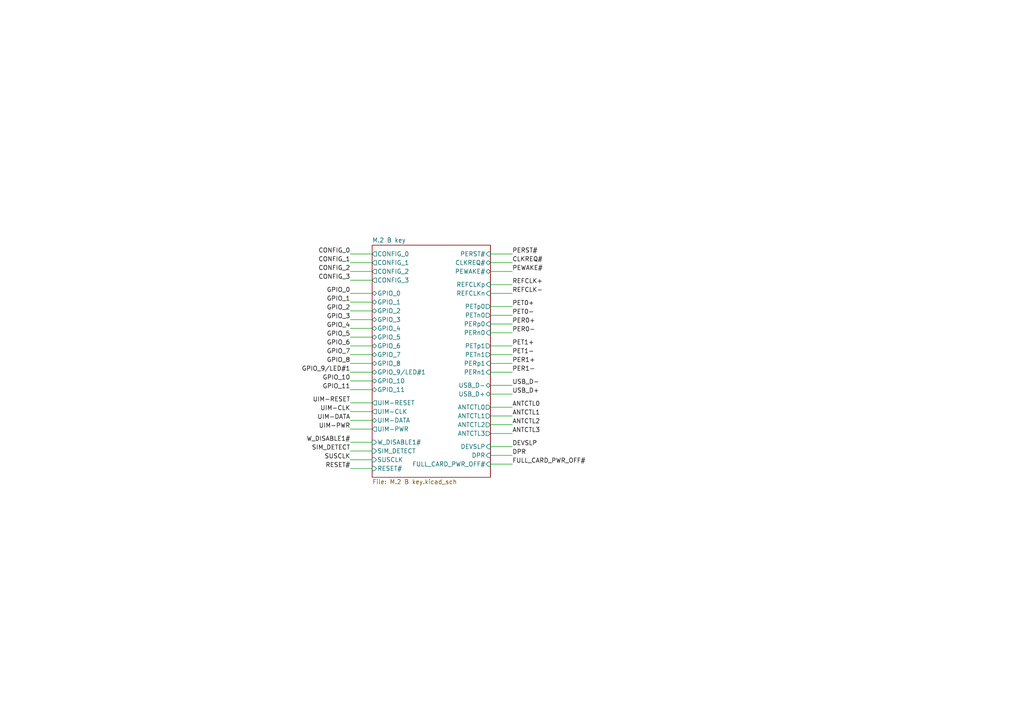
<source format=kicad_sch>
(kicad_sch
	(version 20250114)
	(generator "eeschema")
	(generator_version "9.0")
	(uuid "16cc4e00-b4ef-48df-8291-57cc6b27a578")
	(paper "A4")
	(lib_symbols)
	(wire
		(pts
			(xy 101.6 124.46) (xy 107.95 124.46)
		)
		(stroke
			(width 0)
			(type default)
		)
		(uuid "0488be36-bb80-4bb6-8841-a4e052eaf938")
	)
	(wire
		(pts
			(xy 101.6 133.35) (xy 107.95 133.35)
		)
		(stroke
			(width 0)
			(type default)
		)
		(uuid "04ad6877-9b98-4a0c-9825-9cacc69bc0d5")
	)
	(wire
		(pts
			(xy 101.6 73.66) (xy 107.95 73.66)
		)
		(stroke
			(width 0)
			(type default)
		)
		(uuid "0938d1a8-a291-4466-8316-a67468fc2e37")
	)
	(wire
		(pts
			(xy 142.24 88.9) (xy 148.59 88.9)
		)
		(stroke
			(width 0)
			(type default)
		)
		(uuid "11eb841d-799f-44b6-bbed-4a1df048d987")
	)
	(wire
		(pts
			(xy 142.24 76.2) (xy 148.59 76.2)
		)
		(stroke
			(width 0)
			(type default)
		)
		(uuid "11ecaca7-23eb-4377-bb01-fa174813977d")
	)
	(wire
		(pts
			(xy 101.6 100.33) (xy 107.95 100.33)
		)
		(stroke
			(width 0)
			(type default)
		)
		(uuid "1439253c-aaf3-4b93-b001-6d8eca63273b")
	)
	(wire
		(pts
			(xy 142.24 120.65) (xy 148.59 120.65)
		)
		(stroke
			(width 0)
			(type default)
		)
		(uuid "1aca0cf5-298c-4abd-9b3d-d2fd388b0469")
	)
	(wire
		(pts
			(xy 142.24 73.66) (xy 148.59 73.66)
		)
		(stroke
			(width 0)
			(type default)
		)
		(uuid "21ddef9e-0da5-45b5-a6bd-aab57db1eab0")
	)
	(wire
		(pts
			(xy 101.6 92.71) (xy 107.95 92.71)
		)
		(stroke
			(width 0)
			(type default)
		)
		(uuid "26bda23f-073d-4ee3-a48f-70f543169dca")
	)
	(wire
		(pts
			(xy 142.24 111.76) (xy 148.59 111.76)
		)
		(stroke
			(width 0)
			(type default)
		)
		(uuid "26fa2e06-ae27-4155-94c8-b30164021cc5")
	)
	(wire
		(pts
			(xy 101.6 107.95) (xy 107.95 107.95)
		)
		(stroke
			(width 0)
			(type default)
		)
		(uuid "27376bbc-5abe-4562-b1bc-158437da3e00")
	)
	(wire
		(pts
			(xy 142.24 129.54) (xy 148.59 129.54)
		)
		(stroke
			(width 0)
			(type default)
		)
		(uuid "2f4fd8f2-0994-4b23-ac28-a0167bd5c0dc")
	)
	(wire
		(pts
			(xy 101.6 85.09) (xy 107.95 85.09)
		)
		(stroke
			(width 0)
			(type default)
		)
		(uuid "3027f3cf-d9a7-4ffc-b250-c93875321a61")
	)
	(wire
		(pts
			(xy 101.6 121.92) (xy 107.95 121.92)
		)
		(stroke
			(width 0)
			(type default)
		)
		(uuid "34d3cded-16ca-4c34-8395-7f8afb8ee3bf")
	)
	(wire
		(pts
			(xy 142.24 114.3) (xy 148.59 114.3)
		)
		(stroke
			(width 0)
			(type default)
		)
		(uuid "3ef06d0a-57ec-4ec8-90f9-c1464f81a1c1")
	)
	(wire
		(pts
			(xy 101.6 76.2) (xy 107.95 76.2)
		)
		(stroke
			(width 0)
			(type default)
		)
		(uuid "4e091877-4eca-44c0-946f-6c2efa1ec038")
	)
	(wire
		(pts
			(xy 101.6 87.63) (xy 107.95 87.63)
		)
		(stroke
			(width 0)
			(type default)
		)
		(uuid "4e5a749d-c24f-4e70-9dba-3ee2e3caf982")
	)
	(wire
		(pts
			(xy 101.6 119.38) (xy 107.95 119.38)
		)
		(stroke
			(width 0)
			(type default)
		)
		(uuid "4f992da9-71be-4e27-9ad8-cdc5ed0cdf00")
	)
	(wire
		(pts
			(xy 101.6 110.49) (xy 107.95 110.49)
		)
		(stroke
			(width 0)
			(type default)
		)
		(uuid "5346dcfa-6cc7-4039-80ba-855928eaa30f")
	)
	(wire
		(pts
			(xy 142.24 118.11) (xy 148.59 118.11)
		)
		(stroke
			(width 0)
			(type default)
		)
		(uuid "5d8c5b29-2269-42aa-b399-75f63f5d46ba")
	)
	(wire
		(pts
			(xy 101.6 102.87) (xy 107.95 102.87)
		)
		(stroke
			(width 0)
			(type default)
		)
		(uuid "5f1436e7-1f6c-4376-a416-c99fa0898949")
	)
	(wire
		(pts
			(xy 142.24 100.33) (xy 148.59 100.33)
		)
		(stroke
			(width 0)
			(type default)
		)
		(uuid "68f90867-c71a-4544-8072-423e5d43e0bf")
	)
	(wire
		(pts
			(xy 142.24 78.74) (xy 148.59 78.74)
		)
		(stroke
			(width 0)
			(type default)
		)
		(uuid "72108505-53be-45c8-999a-ed8d1f06c96c")
	)
	(wire
		(pts
			(xy 142.24 132.08) (xy 148.59 132.08)
		)
		(stroke
			(width 0)
			(type default)
		)
		(uuid "72dfc302-f41d-4cd7-91c1-790edcc3c455")
	)
	(wire
		(pts
			(xy 142.24 123.19) (xy 148.59 123.19)
		)
		(stroke
			(width 0)
			(type default)
		)
		(uuid "7b88bba8-150d-4870-81fe-bb10e9466c59")
	)
	(wire
		(pts
			(xy 142.24 91.44) (xy 148.59 91.44)
		)
		(stroke
			(width 0)
			(type default)
		)
		(uuid "8077c147-8131-4cf5-ae5d-f3ed9bfde01d")
	)
	(wire
		(pts
			(xy 142.24 102.87) (xy 148.59 102.87)
		)
		(stroke
			(width 0)
			(type default)
		)
		(uuid "84a74100-396a-49bf-8b07-83224e814327")
	)
	(wire
		(pts
			(xy 101.6 116.84) (xy 107.95 116.84)
		)
		(stroke
			(width 0)
			(type default)
		)
		(uuid "851df919-fb87-4513-b4b0-47fa5055232c")
	)
	(wire
		(pts
			(xy 101.6 130.81) (xy 107.95 130.81)
		)
		(stroke
			(width 0)
			(type default)
		)
		(uuid "85dbbcbd-4366-4cd7-a078-b73b72fdb253")
	)
	(wire
		(pts
			(xy 101.6 97.79) (xy 107.95 97.79)
		)
		(stroke
			(width 0)
			(type default)
		)
		(uuid "8b7dee66-8906-4cc0-9f26-d77a0be6d10c")
	)
	(wire
		(pts
			(xy 101.6 90.17) (xy 107.95 90.17)
		)
		(stroke
			(width 0)
			(type default)
		)
		(uuid "9d5b8fdc-136c-4eba-8293-e3ca02fb0e56")
	)
	(wire
		(pts
			(xy 142.24 134.62) (xy 148.59 134.62)
		)
		(stroke
			(width 0)
			(type default)
		)
		(uuid "b20c910d-8a21-4789-b236-f76b3fbf8851")
	)
	(wire
		(pts
			(xy 101.6 81.28) (xy 107.95 81.28)
		)
		(stroke
			(width 0)
			(type default)
		)
		(uuid "b4434108-6b26-4229-8f34-56c2453535ab")
	)
	(wire
		(pts
			(xy 101.6 113.03) (xy 107.95 113.03)
		)
		(stroke
			(width 0)
			(type default)
		)
		(uuid "c09a284b-2a4c-4bd8-b586-186c130d6e73")
	)
	(wire
		(pts
			(xy 142.24 125.73) (xy 148.59 125.73)
		)
		(stroke
			(width 0)
			(type default)
		)
		(uuid "c68daf59-6e86-4776-aee4-81dda28cebd8")
	)
	(wire
		(pts
			(xy 101.6 128.27) (xy 107.95 128.27)
		)
		(stroke
			(width 0)
			(type default)
		)
		(uuid "cb0eb618-9e8c-42d0-b978-90651fa5f138")
	)
	(wire
		(pts
			(xy 142.24 85.09) (xy 148.59 85.09)
		)
		(stroke
			(width 0)
			(type default)
		)
		(uuid "cc1e9ca2-96d5-4869-9525-4aa6edecb43a")
	)
	(wire
		(pts
			(xy 101.6 95.25) (xy 107.95 95.25)
		)
		(stroke
			(width 0)
			(type default)
		)
		(uuid "ce5a36b0-14ce-4d8f-82dd-4bce9e46ccae")
	)
	(wire
		(pts
			(xy 101.6 135.89) (xy 107.95 135.89)
		)
		(stroke
			(width 0)
			(type default)
		)
		(uuid "d17a2887-4dde-43d5-89c8-559d313af139")
	)
	(wire
		(pts
			(xy 101.6 78.74) (xy 107.95 78.74)
		)
		(stroke
			(width 0)
			(type default)
		)
		(uuid "db33a795-4297-4654-ad3e-4e16dc3db66c")
	)
	(wire
		(pts
			(xy 142.24 107.95) (xy 148.59 107.95)
		)
		(stroke
			(width 0)
			(type default)
		)
		(uuid "dea7b742-5626-44ea-916d-3ec01423f428")
	)
	(wire
		(pts
			(xy 142.24 96.52) (xy 148.59 96.52)
		)
		(stroke
			(width 0)
			(type default)
		)
		(uuid "e1f688f1-8aaf-4519-8ed0-4d4530435475")
	)
	(wire
		(pts
			(xy 101.6 105.41) (xy 107.95 105.41)
		)
		(stroke
			(width 0)
			(type default)
		)
		(uuid "e46a6d24-422a-4426-93f5-b1d0c5b09b55")
	)
	(wire
		(pts
			(xy 142.24 93.98) (xy 148.59 93.98)
		)
		(stroke
			(width 0)
			(type default)
		)
		(uuid "e9d12b1b-b790-4fcd-8018-ae8ed82ac032")
	)
	(wire
		(pts
			(xy 142.24 105.41) (xy 148.59 105.41)
		)
		(stroke
			(width 0)
			(type default)
		)
		(uuid "f2847e58-dcaa-4c99-bed6-7c331949eb35")
	)
	(wire
		(pts
			(xy 142.24 82.55) (xy 148.59 82.55)
		)
		(stroke
			(width 0)
			(type default)
		)
		(uuid "f42c8a59-c858-49a3-9d94-31bba0d17d7e")
	)
	(label "UIM-RESET"
		(at 101.6 116.84 180)
		(effects
			(font
				(size 1.27 1.27)
			)
			(justify right bottom)
		)
		(uuid "0b09e7c7-a58f-4a32-822e-8b63d39257ca")
	)
	(label "REFCLK+"
		(at 148.59 82.55 0)
		(effects
			(font
				(size 1.27 1.27)
			)
			(justify left bottom)
		)
		(uuid "0e2f35f3-bb6a-4b24-a6e0-1e3dccaf36cb")
	)
	(label "UIM-DATA"
		(at 101.6 121.92 180)
		(effects
			(font
				(size 1.27 1.27)
			)
			(justify right bottom)
		)
		(uuid "10b851f6-0943-4311-9be1-03940f62c4b5")
	)
	(label "DPR"
		(at 148.59 132.08 0)
		(effects
			(font
				(size 1.27 1.27)
			)
			(justify left bottom)
		)
		(uuid "17662f66-a0ca-4708-bc73-c6f2ae62dc11")
	)
	(label "USB_D+"
		(at 148.59 114.3 0)
		(effects
			(font
				(size 1.27 1.27)
			)
			(justify left bottom)
		)
		(uuid "25176cab-35e5-4a8f-b6c6-12c532f1d6be")
	)
	(label "UIM-PWR"
		(at 101.6 124.46 180)
		(effects
			(font
				(size 1.27 1.27)
			)
			(justify right bottom)
		)
		(uuid "2c9194ae-d531-452c-9451-b204acbd91b9")
	)
	(label "GPIO_0"
		(at 101.6 85.09 180)
		(effects
			(font
				(size 1.27 1.27)
			)
			(justify right bottom)
		)
		(uuid "304b8bf0-84db-428c-ab3b-72745e464096")
	)
	(label "PEWAKE#"
		(at 148.59 78.74 0)
		(effects
			(font
				(size 1.27 1.27)
			)
			(justify left bottom)
		)
		(uuid "369545d6-0c6d-4366-8f8b-ff37f4bdb2a9")
	)
	(label "CONFIG_1"
		(at 101.6 76.2 180)
		(effects
			(font
				(size 1.27 1.27)
			)
			(justify right bottom)
		)
		(uuid "41a06d79-3007-4508-a2aa-3c3ff4ecdb86")
	)
	(label "ANTCTL3"
		(at 148.59 125.73 0)
		(effects
			(font
				(size 1.27 1.27)
			)
			(justify left bottom)
		)
		(uuid "463bf046-d21e-462b-b371-d87f1eb037db")
	)
	(label "PET0-"
		(at 148.59 91.44 0)
		(effects
			(font
				(size 1.27 1.27)
			)
			(justify left bottom)
		)
		(uuid "560d965d-b4f3-4220-9de9-5163ff9d52a0")
	)
	(label "PER0-"
		(at 148.59 96.52 0)
		(effects
			(font
				(size 1.27 1.27)
			)
			(justify left bottom)
		)
		(uuid "599f369d-5113-495b-9a90-f14f77936000")
	)
	(label "GPIO_2"
		(at 101.6 90.17 180)
		(effects
			(font
				(size 1.27 1.27)
			)
			(justify right bottom)
		)
		(uuid "5ac674c1-7c62-4362-93f3-c607aad71661")
	)
	(label "W_DISABLE1#"
		(at 101.6 128.27 180)
		(effects
			(font
				(size 1.27 1.27)
			)
			(justify right bottom)
		)
		(uuid "621fe42c-b0f6-4fa0-978f-0a01cb4f57d7")
	)
	(label "DEVSLP"
		(at 148.59 129.54 0)
		(effects
			(font
				(size 1.27 1.27)
			)
			(justify left bottom)
		)
		(uuid "65e5b259-9f5b-4ca3-8a59-d11307007437")
	)
	(label "ANTCTL2"
		(at 148.59 123.19 0)
		(effects
			(font
				(size 1.27 1.27)
			)
			(justify left bottom)
		)
		(uuid "6fb10a55-4ac8-4970-866a-7bac1a2ac7d0")
	)
	(label "PER0+"
		(at 148.59 93.98 0)
		(effects
			(font
				(size 1.27 1.27)
			)
			(justify left bottom)
		)
		(uuid "745a974e-e392-4ff5-b82f-8732582cc880")
	)
	(label "RESET#"
		(at 101.6 135.89 180)
		(effects
			(font
				(size 1.27 1.27)
			)
			(justify right bottom)
		)
		(uuid "8666fbbe-05a2-4f73-b74f-f74ed54344df")
	)
	(label "PER1+"
		(at 148.59 105.41 0)
		(effects
			(font
				(size 1.27 1.27)
			)
			(justify left bottom)
		)
		(uuid "879164a7-50a9-4c8e-9e38-3999097e21bd")
	)
	(label "USB_D-"
		(at 148.59 111.76 0)
		(effects
			(font
				(size 1.27 1.27)
			)
			(justify left bottom)
		)
		(uuid "9110eeca-9272-48d6-97ac-65011c628b5c")
	)
	(label "SUSCLK"
		(at 101.6 133.35 180)
		(effects
			(font
				(size 1.27 1.27)
			)
			(justify right bottom)
		)
		(uuid "98535b5d-94f6-42b4-9105-09e3b1fed333")
	)
	(label "CONFIG_0"
		(at 101.6 73.66 180)
		(effects
			(font
				(size 1.27 1.27)
			)
			(justify right bottom)
		)
		(uuid "9ab47740-d44d-47fa-b5ff-f43f3589406a")
	)
	(label "GPIO_5"
		(at 101.6 97.79 180)
		(effects
			(font
				(size 1.27 1.27)
			)
			(justify right bottom)
		)
		(uuid "9ec43795-1336-4794-b09f-8f87b9f92e48")
	)
	(label "CONFIG_3"
		(at 101.6 81.28 180)
		(effects
			(font
				(size 1.27 1.27)
			)
			(justify right bottom)
		)
		(uuid "b02d3c19-70b2-4153-ba9e-9eb407943906")
	)
	(label "PET1+"
		(at 148.59 100.33 0)
		(effects
			(font
				(size 1.27 1.27)
			)
			(justify left bottom)
		)
		(uuid "b74634df-b28f-46c1-8bc8-4e263df38eab")
	)
	(label "GPIO_4"
		(at 101.6 95.25 180)
		(effects
			(font
				(size 1.27 1.27)
			)
			(justify right bottom)
		)
		(uuid "b96112ef-cc2a-4068-a20b-a4af296e5659")
	)
	(label "PERST#"
		(at 148.59 73.66 0)
		(effects
			(font
				(size 1.27 1.27)
			)
			(justify left bottom)
		)
		(uuid "be1d1849-ea4e-46c8-8d6c-6abfa66aff4a")
	)
	(label "GPIO_10"
		(at 101.6 110.49 180)
		(effects
			(font
				(size 1.27 1.27)
			)
			(justify right bottom)
		)
		(uuid "c2e5831a-4f7a-4360-9934-eb44b5f4cbe1")
	)
	(label "PER1-"
		(at 148.59 107.95 0)
		(effects
			(font
				(size 1.27 1.27)
			)
			(justify left bottom)
		)
		(uuid "ca139282-6f0b-4cfa-be03-dd7ecdb9c844")
	)
	(label "GPIO_7"
		(at 101.6 102.87 180)
		(effects
			(font
				(size 1.27 1.27)
			)
			(justify right bottom)
		)
		(uuid "cc8afd0b-8191-4cc7-b337-977c5d72b8c5")
	)
	(label "PET0+"
		(at 148.59 88.9 0)
		(effects
			(font
				(size 1.27 1.27)
			)
			(justify left bottom)
		)
		(uuid "cfbf8cf2-c758-48d8-b3ba-d0ca8f43445d")
	)
	(label "CLKREQ#"
		(at 148.59 76.2 0)
		(effects
			(font
				(size 1.27 1.27)
			)
			(justify left bottom)
		)
		(uuid "cfca5d0e-1b56-4e28-a67e-d792f6de06a0")
	)
	(label "SIM_DETECT"
		(at 101.6 130.81 180)
		(effects
			(font
				(size 1.27 1.27)
			)
			(justify right bottom)
		)
		(uuid "d35f1740-8983-43e6-b389-a760aec0d41c")
	)
	(label "PET1-"
		(at 148.59 102.87 0)
		(effects
			(font
				(size 1.27 1.27)
			)
			(justify left bottom)
		)
		(uuid "d99c4e27-fe25-4c3a-9cbf-cd40c8a39d5f")
	)
	(label "ANTCTL1"
		(at 148.59 120.65 0)
		(effects
			(font
				(size 1.27 1.27)
			)
			(justify left bottom)
		)
		(uuid "d9ea0720-b4d0-47c4-8e39-2252a5a15ab1")
	)
	(label "REFCLK-"
		(at 148.59 85.09 0)
		(effects
			(font
				(size 1.27 1.27)
			)
			(justify left bottom)
		)
		(uuid "db224716-d5da-4645-873a-5e1875d43c76")
	)
	(label "GPIO_3"
		(at 101.6 92.71 180)
		(effects
			(font
				(size 1.27 1.27)
			)
			(justify right bottom)
		)
		(uuid "dca6302e-1b3b-4e18-a086-df24349a06bc")
	)
	(label "CONFIG_2"
		(at 101.6 78.74 180)
		(effects
			(font
				(size 1.27 1.27)
			)
			(justify right bottom)
		)
		(uuid "e31d7b89-e84c-4a33-a7bd-9e87fb27f78c")
	)
	(label "UIM-CLK"
		(at 101.6 119.38 180)
		(effects
			(font
				(size 1.27 1.27)
			)
			(justify right bottom)
		)
		(uuid "e4750083-5762-4a08-bb93-7c6f0b7c01c2")
	)
	(label "GPIO_6"
		(at 101.6 100.33 180)
		(effects
			(font
				(size 1.27 1.27)
			)
			(justify right bottom)
		)
		(uuid "e50714dd-2b04-4b30-a345-531f6033979b")
	)
	(label "GPIO_11"
		(at 101.6 113.03 180)
		(effects
			(font
				(size 1.27 1.27)
			)
			(justify right bottom)
		)
		(uuid "e5d9dac6-36a0-4454-98b3-6b2008f4792f")
	)
	(label "GPIO_8"
		(at 101.6 105.41 180)
		(effects
			(font
				(size 1.27 1.27)
			)
			(justify right bottom)
		)
		(uuid "ec4a9c6e-edb8-4080-911c-7a9729dc7a97")
	)
	(label "GPIO_9{slash}LED#1"
		(at 101.6 107.95 180)
		(effects
			(font
				(size 1.27 1.27)
			)
			(justify right bottom)
		)
		(uuid "ed64cdca-6c99-4538-88b5-7fe8913174e8")
	)
	(label "GPIO_1"
		(at 101.6 87.63 180)
		(effects
			(font
				(size 1.27 1.27)
			)
			(justify right bottom)
		)
		(uuid "ee0e7dbd-82da-4b6d-a2e9-5596b5568f3e")
	)
	(label "ANTCTL0"
		(at 148.59 118.11 0)
		(effects
			(font
				(size 1.27 1.27)
			)
			(justify left bottom)
		)
		(uuid "f57b68f8-ac76-44d1-8949-ca231fde1caf")
	)
	(label "FULL_CARD_PWR_OFF#"
		(at 148.59 134.62 0)
		(effects
			(font
				(size 1.27 1.27)
			)
			(justify left bottom)
		)
		(uuid "f67b15d0-7178-49af-9561-8085285f5aa8")
	)
	(sheet
		(at 107.95 71.12)
		(size 34.29 67.31)
		(exclude_from_sim no)
		(in_bom yes)
		(on_board yes)
		(dnp no)
		(fields_autoplaced yes)
		(stroke
			(width 0.1524)
			(type solid)
		)
		(fill
			(color 0 0 0 0.0000)
		)
		(uuid "1edef331-dd79-4ff4-b73f-8eb45a64f765")
		(property "Sheetname" "M.2 B key"
			(at 107.95 70.4084 0)
			(effects
				(font
					(size 1.27 1.27)
				)
				(justify left bottom)
			)
		)
		(property "Sheetfile" "M.2 B key.kicad_sch"
			(at 107.95 139.0146 0)
			(effects
				(font
					(size 1.27 1.27)
				)
				(justify left top)
			)
		)
		(pin "CONFIG_1" output
			(at 107.95 76.2 180)
			(uuid "c70ccf65-0648-48b2-9e75-87c58a69af5f")
			(effects
				(font
					(size 1.27 1.27)
				)
				(justify left)
			)
		)
		(pin "CONFIG_3" output
			(at 107.95 81.28 180)
			(uuid "24cfd87d-6532-4064-8587-5c80b2728044")
			(effects
				(font
					(size 1.27 1.27)
				)
				(justify left)
			)
		)
		(pin "CONFIG_0" output
			(at 107.95 73.66 180)
			(uuid "215d072e-c672-47d3-a207-5f87c7fa3373")
			(effects
				(font
					(size 1.27 1.27)
				)
				(justify left)
			)
		)
		(pin "CONFIG_2" output
			(at 107.95 78.74 180)
			(uuid "785e28e8-1390-45e5-87d7-993415d5a40a")
			(effects
				(font
					(size 1.27 1.27)
				)
				(justify left)
			)
		)
		(pin "GPIO_5" bidirectional
			(at 107.95 97.79 180)
			(uuid "5fe222dd-49ec-4648-bf77-bc2fcf7ea14c")
			(effects
				(font
					(size 1.27 1.27)
				)
				(justify left)
			)
		)
		(pin "GPIO_9/LED#1" bidirectional
			(at 107.95 107.95 180)
			(uuid "cc40c890-0c01-42c6-a8b1-c1a335b990b8")
			(effects
				(font
					(size 1.27 1.27)
				)
				(justify left)
			)
		)
		(pin "GPIO_6" bidirectional
			(at 107.95 100.33 180)
			(uuid "250bc9c7-2402-4182-b3c0-5dc8f6fdbc45")
			(effects
				(font
					(size 1.27 1.27)
				)
				(justify left)
			)
		)
		(pin "GPIO_4" bidirectional
			(at 107.95 95.25 180)
			(uuid "8a2e940d-f232-480b-9f18-b3419116de3c")
			(effects
				(font
					(size 1.27 1.27)
				)
				(justify left)
			)
		)
		(pin "GPIO_3" bidirectional
			(at 107.95 92.71 180)
			(uuid "f5c556c3-8c93-4111-be2a-696b3f3151d1")
			(effects
				(font
					(size 1.27 1.27)
				)
				(justify left)
			)
		)
		(pin "GPIO_2" bidirectional
			(at 107.95 90.17 180)
			(uuid "0e93f087-eb09-4fbc-84e5-178789dfbb7d")
			(effects
				(font
					(size 1.27 1.27)
				)
				(justify left)
			)
		)
		(pin "GPIO_11" bidirectional
			(at 107.95 113.03 180)
			(uuid "18253c50-0374-4afd-b2e8-507af43b1966")
			(effects
				(font
					(size 1.27 1.27)
				)
				(justify left)
			)
		)
		(pin "GPIO_10" bidirectional
			(at 107.95 110.49 180)
			(uuid "b9a35423-3a39-4e3f-b198-f62c5db53d60")
			(effects
				(font
					(size 1.27 1.27)
				)
				(justify left)
			)
		)
		(pin "GPIO_7" bidirectional
			(at 107.95 102.87 180)
			(uuid "cc260469-44b4-4bef-a96e-6c96676a186f")
			(effects
				(font
					(size 1.27 1.27)
				)
				(justify left)
			)
		)
		(pin "GPIO_8" bidirectional
			(at 107.95 105.41 180)
			(uuid "4d04f107-c713-4133-bfa7-1263dec0a272")
			(effects
				(font
					(size 1.27 1.27)
				)
				(justify left)
			)
		)
		(pin "GPIO_1" bidirectional
			(at 107.95 87.63 180)
			(uuid "cf8557b8-05d8-4f02-9051-97acb3ee6399")
			(effects
				(font
					(size 1.27 1.27)
				)
				(justify left)
			)
		)
		(pin "GPIO_0" bidirectional
			(at 107.95 85.09 180)
			(uuid "79d57e11-a2eb-47d1-b61d-0280574b179b")
			(effects
				(font
					(size 1.27 1.27)
				)
				(justify left)
			)
		)
		(pin "UIM-RESET" output
			(at 107.95 116.84 180)
			(uuid "3cef8a72-55b8-46b5-bae5-ffbfe4f079fb")
			(effects
				(font
					(size 1.27 1.27)
				)
				(justify left)
			)
		)
		(pin "UIM-CLK" output
			(at 107.95 119.38 180)
			(uuid "8b7e5be8-cd47-49b3-aa35-8279e2250f2d")
			(effects
				(font
					(size 1.27 1.27)
				)
				(justify left)
			)
		)
		(pin "UIM-DATA" bidirectional
			(at 107.95 121.92 180)
			(uuid "960850e9-93a0-4b37-8764-b8ee15f393e9")
			(effects
				(font
					(size 1.27 1.27)
				)
				(justify left)
			)
		)
		(pin "UIM-PWR" output
			(at 107.95 124.46 180)
			(uuid "a15b61f3-66ae-44a6-824c-88de3dad54ee")
			(effects
				(font
					(size 1.27 1.27)
				)
				(justify left)
			)
		)
		(pin "PERST#" input
			(at 142.24 73.66 0)
			(uuid "7a9d1c8a-3c35-4afe-9eee-465c73f50f9a")
			(effects
				(font
					(size 1.27 1.27)
				)
				(justify right)
			)
		)
		(pin "PEWAKE#" bidirectional
			(at 142.24 78.74 0)
			(uuid "273f5b45-1433-446e-b6e3-024ab8d53d52")
			(effects
				(font
					(size 1.27 1.27)
				)
				(justify right)
			)
		)
		(pin "CLKREQ#" bidirectional
			(at 142.24 76.2 0)
			(uuid "50278079-ac21-4866-ac34-32ed567f48a1")
			(effects
				(font
					(size 1.27 1.27)
				)
				(justify right)
			)
		)
		(pin "REFCLKp" input
			(at 142.24 82.55 0)
			(uuid "da8d5c1a-07c8-4130-9d2c-fb7bc4af67c2")
			(effects
				(font
					(size 1.27 1.27)
				)
				(justify right)
			)
		)
		(pin "REFCLKn" input
			(at 142.24 85.09 0)
			(uuid "a28c316c-d49e-4733-af2f-b3712bac2109")
			(effects
				(font
					(size 1.27 1.27)
				)
				(justify right)
			)
		)
		(pin "PETp0" output
			(at 142.24 88.9 0)
			(uuid "b15869c3-f645-4fa3-ab89-8bf2e36ab72a")
			(effects
				(font
					(size 1.27 1.27)
				)
				(justify right)
			)
		)
		(pin "PETn0" output
			(at 142.24 91.44 0)
			(uuid "68039bb6-52b9-4937-b50c-522dc2ab5056")
			(effects
				(font
					(size 1.27 1.27)
				)
				(justify right)
			)
		)
		(pin "PERn0" input
			(at 142.24 96.52 0)
			(uuid "845cd0fe-06bf-4d12-865a-b6d40f460e17")
			(effects
				(font
					(size 1.27 1.27)
				)
				(justify right)
			)
		)
		(pin "PERp0" input
			(at 142.24 93.98 0)
			(uuid "03027d93-fe99-4ecb-9b6a-0443344e61bd")
			(effects
				(font
					(size 1.27 1.27)
				)
				(justify right)
			)
		)
		(pin "PETp1" output
			(at 142.24 100.33 0)
			(uuid "394b5a28-09a6-4ede-8555-f563c83568a4")
			(effects
				(font
					(size 1.27 1.27)
				)
				(justify right)
			)
		)
		(pin "PETn1" output
			(at 142.24 102.87 0)
			(uuid "619c1b88-b31c-442c-a5ac-127da65ec3da")
			(effects
				(font
					(size 1.27 1.27)
				)
				(justify right)
			)
		)
		(pin "PERn1" input
			(at 142.24 107.95 0)
			(uuid "d1fcc1de-b6d3-47f1-ae03-d24f64d994d3")
			(effects
				(font
					(size 1.27 1.27)
				)
				(justify right)
			)
		)
		(pin "PERp1" input
			(at 142.24 105.41 0)
			(uuid "d87f02a8-4473-4ef4-a171-ee10a1512de5")
			(effects
				(font
					(size 1.27 1.27)
				)
				(justify right)
			)
		)
		(pin "USB_D-" bidirectional
			(at 142.24 111.76 0)
			(uuid "4ced9ddb-0afc-4b9f-91dc-ecbd1a90ca25")
			(effects
				(font
					(size 1.27 1.27)
				)
				(justify right)
			)
		)
		(pin "USB_D+" bidirectional
			(at 142.24 114.3 0)
			(uuid "715e289a-e784-41c5-ab39-0fe99e8be07d")
			(effects
				(font
					(size 1.27 1.27)
				)
				(justify right)
			)
		)
		(pin "ANTCTL0" output
			(at 142.24 118.11 0)
			(uuid "64be44f2-4176-4ac7-9ea3-564a0ab7869a")
			(effects
				(font
					(size 1.27 1.27)
				)
				(justify right)
			)
		)
		(pin "ANTCTL3" output
			(at 142.24 125.73 0)
			(uuid "faaf28b1-f12a-4241-8dca-a3f3d99336e5")
			(effects
				(font
					(size 1.27 1.27)
				)
				(justify right)
			)
		)
		(pin "ANTCTL1" output
			(at 142.24 120.65 0)
			(uuid "00115f8f-cc1b-4f20-ae73-1a042d7edf52")
			(effects
				(font
					(size 1.27 1.27)
				)
				(justify right)
			)
		)
		(pin "ANTCTL2" output
			(at 142.24 123.19 0)
			(uuid "b5357e32-ef1d-44cf-9da2-79c5ae746963")
			(effects
				(font
					(size 1.27 1.27)
				)
				(justify right)
			)
		)
		(pin "W_DISABLE1#" input
			(at 107.95 128.27 180)
			(uuid "2cccdc0b-9815-4fda-903c-850aa120ae55")
			(effects
				(font
					(size 1.27 1.27)
				)
				(justify left)
			)
		)
		(pin "SIM_DETECT" input
			(at 107.95 130.81 180)
			(uuid "8df7ab55-6a17-4054-97d6-f517d4cf9b18")
			(effects
				(font
					(size 1.27 1.27)
				)
				(justify left)
			)
		)
		(pin "RESET#" input
			(at 107.95 135.89 180)
			(uuid "b099404a-2614-4d9f-8704-8e7bc6fd2276")
			(effects
				(font
					(size 1.27 1.27)
				)
				(justify left)
			)
		)
		(pin "DEVSLP" input
			(at 142.24 129.54 0)
			(uuid "1b6c4d6f-a259-4820-a241-b165ab69d6ca")
			(effects
				(font
					(size 1.27 1.27)
				)
				(justify right)
			)
		)
		(pin "FULL_CARD_PWR_OFF#" input
			(at 142.24 134.62 0)
			(uuid "b10b3c07-e32f-4a6f-a0c6-4e135c8a93e2")
			(effects
				(font
					(size 1.27 1.27)
				)
				(justify right)
			)
		)
		(pin "DPR" input
			(at 142.24 132.08 0)
			(uuid "b9074cb4-8136-4ebf-8337-65538b39fc7b")
			(effects
				(font
					(size 1.27 1.27)
				)
				(justify right)
			)
		)
		(pin "SUSCLK" input
			(at 107.95 133.35 180)
			(uuid "059c837c-8e9b-4b5e-ae4e-7a133054b754")
			(effects
				(font
					(size 1.27 1.27)
				)
				(justify left)
			)
		)
		(instances
			(project "M.2 B key 3042"
				(path "/16cc4e00-b4ef-48df-8291-57cc6b27a578"
					(page "2")
				)
			)
		)
	)
	(sheet_instances
		(path "/"
			(page "1")
		)
	)
	(embedded_fonts no)
)

</source>
